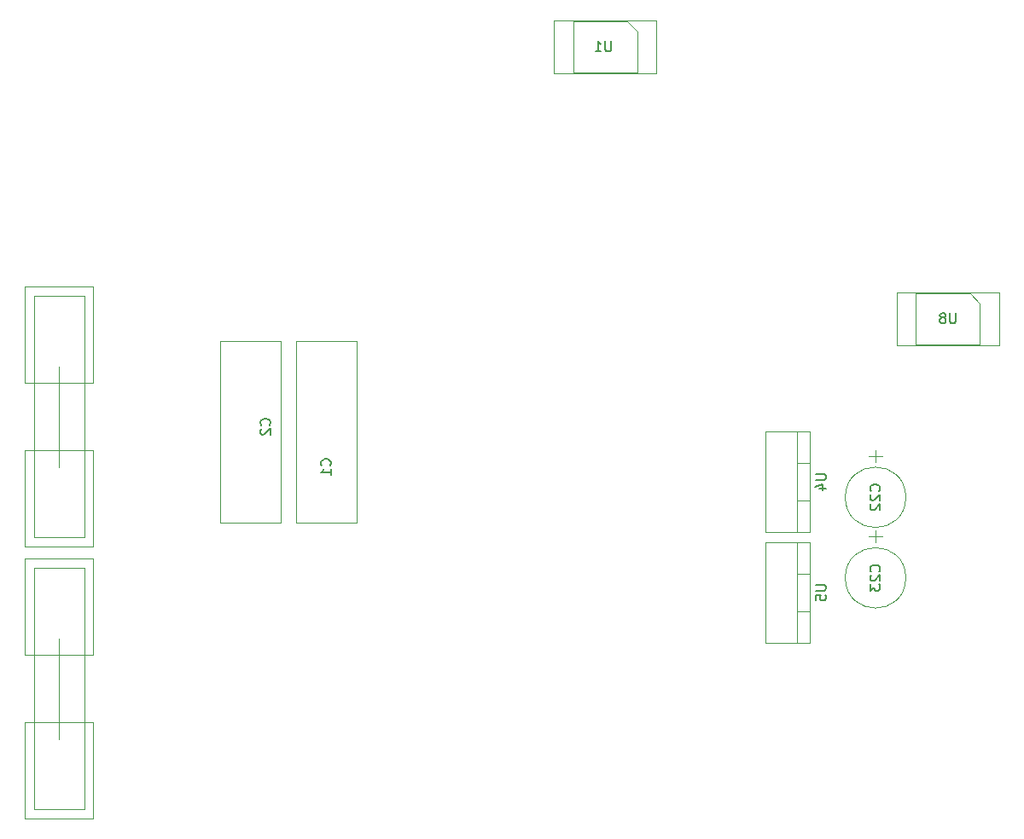
<source format=gbr>
G04 #@! TF.GenerationSoftware,KiCad,Pcbnew,5.1.5+dfsg1-2build2*
G04 #@! TF.CreationDate,2021-10-15T23:20:50+10:30*
G04 #@! TF.ProjectId,xover-psu,786f7665-722d-4707-9375-2e6b69636164,rev?*
G04 #@! TF.SameCoordinates,Original*
G04 #@! TF.FileFunction,Other,Fab,Bot*
%FSLAX46Y46*%
G04 Gerber Fmt 4.6, Leading zero omitted, Abs format (unit mm)*
G04 Created by KiCad (PCBNEW 5.1.5+dfsg1-2build2) date 2021-10-15 23:20:50*
%MOMM*%
%LPD*%
G04 APERTURE LIST*
%ADD10C,0.100000*%
%ADD11C,0.150000*%
G04 APERTURE END LIST*
D10*
X30000000Y-88000000D02*
X30000000Y-98000000D01*
X27500000Y-81000000D02*
X27500000Y-105000000D01*
X27500000Y-105000000D02*
X32500000Y-105000000D01*
X32500000Y-105000000D02*
X32500000Y-81000000D01*
X32500000Y-81000000D02*
X27500000Y-81000000D01*
X26600000Y-96350000D02*
X33400000Y-96350000D01*
X33400000Y-96350000D02*
X33400000Y-105900000D01*
X33400000Y-105900000D02*
X26600000Y-105900000D01*
X26600000Y-105900000D02*
X26600000Y-96350000D01*
X26600000Y-80050000D02*
X26600000Y-89650000D01*
X26600000Y-89650000D02*
X33400000Y-89650000D01*
X33400000Y-89650000D02*
X33400000Y-80100000D01*
X33400000Y-80100000D02*
X26600000Y-80100000D01*
X30000000Y-61000000D02*
X30000000Y-71000000D01*
X27500000Y-54000000D02*
X27500000Y-78000000D01*
X27500000Y-78000000D02*
X32500000Y-78000000D01*
X32500000Y-78000000D02*
X32500000Y-54000000D01*
X32500000Y-54000000D02*
X27500000Y-54000000D01*
X26600000Y-69350000D02*
X33400000Y-69350000D01*
X33400000Y-69350000D02*
X33400000Y-78900000D01*
X33400000Y-78900000D02*
X26600000Y-78900000D01*
X26600000Y-78900000D02*
X26600000Y-69350000D01*
X26600000Y-53050000D02*
X26600000Y-62650000D01*
X26600000Y-62650000D02*
X33400000Y-62650000D01*
X33400000Y-62650000D02*
X33400000Y-53100000D01*
X33400000Y-53100000D02*
X26600000Y-53100000D01*
X59500000Y-76500000D02*
X53500000Y-76500000D01*
X53500000Y-76500000D02*
X53500000Y-58500000D01*
X53500000Y-58500000D02*
X59500000Y-58500000D01*
X59500000Y-58500000D02*
X59500000Y-76500000D01*
X52000000Y-58500000D02*
X52000000Y-76500000D01*
X46000000Y-58500000D02*
X52000000Y-58500000D01*
X46000000Y-76500000D02*
X46000000Y-58500000D01*
X52000000Y-76500000D02*
X46000000Y-76500000D01*
X110350000Y-69900000D02*
X111650000Y-69900000D01*
X111000000Y-69300000D02*
X111000000Y-70500000D01*
X114000000Y-74000000D02*
G75*
G03X114000000Y-74000000I-3000000J0D01*
G01*
X114000000Y-82000000D02*
G75*
G03X114000000Y-82000000I-3000000J0D01*
G01*
X111000000Y-77300000D02*
X111000000Y-78500000D01*
X110350000Y-77900000D02*
X111650000Y-77900000D01*
X86365000Y-26730000D02*
X81015000Y-26730000D01*
X81015000Y-26730000D02*
X81015000Y-31810000D01*
X81015000Y-31810000D02*
X87365000Y-31810000D01*
X87365000Y-31810000D02*
X87365000Y-27730000D01*
X87365000Y-27730000D02*
X86365000Y-26730000D01*
X89270000Y-26670000D02*
X89270000Y-31870000D01*
X89270000Y-31870000D02*
X79110000Y-31870000D01*
X79110000Y-31870000D02*
X79110000Y-26670000D01*
X79110000Y-26670000D02*
X89270000Y-26670000D01*
X104500000Y-77460000D02*
X100100000Y-77460000D01*
X100100000Y-77460000D02*
X100100000Y-67460000D01*
X100100000Y-67460000D02*
X104500000Y-67460000D01*
X104500000Y-67460000D02*
X104500000Y-77460000D01*
X103230000Y-77460000D02*
X103230000Y-67460000D01*
X104500000Y-74310000D02*
X103230000Y-74310000D01*
X104500000Y-70610000D02*
X103230000Y-70610000D01*
X104500000Y-81610000D02*
X103230000Y-81610000D01*
X104500000Y-85310000D02*
X103230000Y-85310000D01*
X103230000Y-88460000D02*
X103230000Y-78460000D01*
X104500000Y-78460000D02*
X104500000Y-88460000D01*
X100100000Y-78460000D02*
X104500000Y-78460000D01*
X100100000Y-88460000D02*
X100100000Y-78460000D01*
X104500000Y-88460000D02*
X100100000Y-88460000D01*
X113110000Y-53670000D02*
X123270000Y-53670000D01*
X113110000Y-58870000D02*
X113110000Y-53670000D01*
X123270000Y-58870000D02*
X113110000Y-58870000D01*
X123270000Y-53670000D02*
X123270000Y-58870000D01*
X121365000Y-54730000D02*
X120365000Y-53730000D01*
X121365000Y-58810000D02*
X121365000Y-54730000D01*
X115015000Y-58810000D02*
X121365000Y-58810000D01*
X115015000Y-53730000D02*
X115015000Y-58810000D01*
X120365000Y-53730000D02*
X115015000Y-53730000D01*
D11*
X56857142Y-70833333D02*
X56904761Y-70785714D01*
X56952380Y-70642857D01*
X56952380Y-70547619D01*
X56904761Y-70404761D01*
X56809523Y-70309523D01*
X56714285Y-70261904D01*
X56523809Y-70214285D01*
X56380952Y-70214285D01*
X56190476Y-70261904D01*
X56095238Y-70309523D01*
X56000000Y-70404761D01*
X55952380Y-70547619D01*
X55952380Y-70642857D01*
X56000000Y-70785714D01*
X56047619Y-70833333D01*
X56952380Y-71785714D02*
X56952380Y-71214285D01*
X56952380Y-71500000D02*
X55952380Y-71500000D01*
X56095238Y-71404761D01*
X56190476Y-71309523D01*
X56238095Y-71214285D01*
X50857142Y-66833333D02*
X50904761Y-66785714D01*
X50952380Y-66642857D01*
X50952380Y-66547619D01*
X50904761Y-66404761D01*
X50809523Y-66309523D01*
X50714285Y-66261904D01*
X50523809Y-66214285D01*
X50380952Y-66214285D01*
X50190476Y-66261904D01*
X50095238Y-66309523D01*
X50000000Y-66404761D01*
X49952380Y-66547619D01*
X49952380Y-66642857D01*
X50000000Y-66785714D01*
X50047619Y-66833333D01*
X50047619Y-67214285D02*
X50000000Y-67261904D01*
X49952380Y-67357142D01*
X49952380Y-67595238D01*
X50000000Y-67690476D01*
X50047619Y-67738095D01*
X50142857Y-67785714D01*
X50238095Y-67785714D01*
X50380952Y-67738095D01*
X50952380Y-67166666D01*
X50952380Y-67785714D01*
X111357142Y-73357142D02*
X111404761Y-73309523D01*
X111452380Y-73166666D01*
X111452380Y-73071428D01*
X111404761Y-72928571D01*
X111309523Y-72833333D01*
X111214285Y-72785714D01*
X111023809Y-72738095D01*
X110880952Y-72738095D01*
X110690476Y-72785714D01*
X110595238Y-72833333D01*
X110500000Y-72928571D01*
X110452380Y-73071428D01*
X110452380Y-73166666D01*
X110500000Y-73309523D01*
X110547619Y-73357142D01*
X110547619Y-73738095D02*
X110500000Y-73785714D01*
X110452380Y-73880952D01*
X110452380Y-74119047D01*
X110500000Y-74214285D01*
X110547619Y-74261904D01*
X110642857Y-74309523D01*
X110738095Y-74309523D01*
X110880952Y-74261904D01*
X111452380Y-73690476D01*
X111452380Y-74309523D01*
X110547619Y-74690476D02*
X110500000Y-74738095D01*
X110452380Y-74833333D01*
X110452380Y-75071428D01*
X110500000Y-75166666D01*
X110547619Y-75214285D01*
X110642857Y-75261904D01*
X110738095Y-75261904D01*
X110880952Y-75214285D01*
X111452380Y-74642857D01*
X111452380Y-75261904D01*
X111357142Y-81357142D02*
X111404761Y-81309523D01*
X111452380Y-81166666D01*
X111452380Y-81071428D01*
X111404761Y-80928571D01*
X111309523Y-80833333D01*
X111214285Y-80785714D01*
X111023809Y-80738095D01*
X110880952Y-80738095D01*
X110690476Y-80785714D01*
X110595238Y-80833333D01*
X110500000Y-80928571D01*
X110452380Y-81071428D01*
X110452380Y-81166666D01*
X110500000Y-81309523D01*
X110547619Y-81357142D01*
X110547619Y-81738095D02*
X110500000Y-81785714D01*
X110452380Y-81880952D01*
X110452380Y-82119047D01*
X110500000Y-82214285D01*
X110547619Y-82261904D01*
X110642857Y-82309523D01*
X110738095Y-82309523D01*
X110880952Y-82261904D01*
X111452380Y-81690476D01*
X111452380Y-82309523D01*
X110452380Y-82642857D02*
X110452380Y-83261904D01*
X110833333Y-82928571D01*
X110833333Y-83071428D01*
X110880952Y-83166666D01*
X110928571Y-83214285D01*
X111023809Y-83261904D01*
X111261904Y-83261904D01*
X111357142Y-83214285D01*
X111404761Y-83166666D01*
X111452380Y-83071428D01*
X111452380Y-82785714D01*
X111404761Y-82690476D01*
X111357142Y-82642857D01*
X84761904Y-28722380D02*
X84761904Y-29531904D01*
X84714285Y-29627142D01*
X84666666Y-29674761D01*
X84571428Y-29722380D01*
X84380952Y-29722380D01*
X84285714Y-29674761D01*
X84238095Y-29627142D01*
X84190476Y-29531904D01*
X84190476Y-28722380D01*
X83190476Y-29722380D02*
X83761904Y-29722380D01*
X83476190Y-29722380D02*
X83476190Y-28722380D01*
X83571428Y-28865238D01*
X83666666Y-28960476D01*
X83761904Y-29008095D01*
X105072380Y-71698095D02*
X105881904Y-71698095D01*
X105977142Y-71745714D01*
X106024761Y-71793333D01*
X106072380Y-71888571D01*
X106072380Y-72079047D01*
X106024761Y-72174285D01*
X105977142Y-72221904D01*
X105881904Y-72269523D01*
X105072380Y-72269523D01*
X105405714Y-73174285D02*
X106072380Y-73174285D01*
X105024761Y-72936190D02*
X105739047Y-72698095D01*
X105739047Y-73317142D01*
X105072380Y-82698095D02*
X105881904Y-82698095D01*
X105977142Y-82745714D01*
X106024761Y-82793333D01*
X106072380Y-82888571D01*
X106072380Y-83079047D01*
X106024761Y-83174285D01*
X105977142Y-83221904D01*
X105881904Y-83269523D01*
X105072380Y-83269523D01*
X105072380Y-84221904D02*
X105072380Y-83745714D01*
X105548571Y-83698095D01*
X105500952Y-83745714D01*
X105453333Y-83840952D01*
X105453333Y-84079047D01*
X105500952Y-84174285D01*
X105548571Y-84221904D01*
X105643809Y-84269523D01*
X105881904Y-84269523D01*
X105977142Y-84221904D01*
X106024761Y-84174285D01*
X106072380Y-84079047D01*
X106072380Y-83840952D01*
X106024761Y-83745714D01*
X105977142Y-83698095D01*
X118951904Y-55722380D02*
X118951904Y-56531904D01*
X118904285Y-56627142D01*
X118856666Y-56674761D01*
X118761428Y-56722380D01*
X118570952Y-56722380D01*
X118475714Y-56674761D01*
X118428095Y-56627142D01*
X118380476Y-56531904D01*
X118380476Y-55722380D01*
X117761428Y-56150952D02*
X117856666Y-56103333D01*
X117904285Y-56055714D01*
X117951904Y-55960476D01*
X117951904Y-55912857D01*
X117904285Y-55817619D01*
X117856666Y-55770000D01*
X117761428Y-55722380D01*
X117570952Y-55722380D01*
X117475714Y-55770000D01*
X117428095Y-55817619D01*
X117380476Y-55912857D01*
X117380476Y-55960476D01*
X117428095Y-56055714D01*
X117475714Y-56103333D01*
X117570952Y-56150952D01*
X117761428Y-56150952D01*
X117856666Y-56198571D01*
X117904285Y-56246190D01*
X117951904Y-56341428D01*
X117951904Y-56531904D01*
X117904285Y-56627142D01*
X117856666Y-56674761D01*
X117761428Y-56722380D01*
X117570952Y-56722380D01*
X117475714Y-56674761D01*
X117428095Y-56627142D01*
X117380476Y-56531904D01*
X117380476Y-56341428D01*
X117428095Y-56246190D01*
X117475714Y-56198571D01*
X117570952Y-56150952D01*
M02*

</source>
